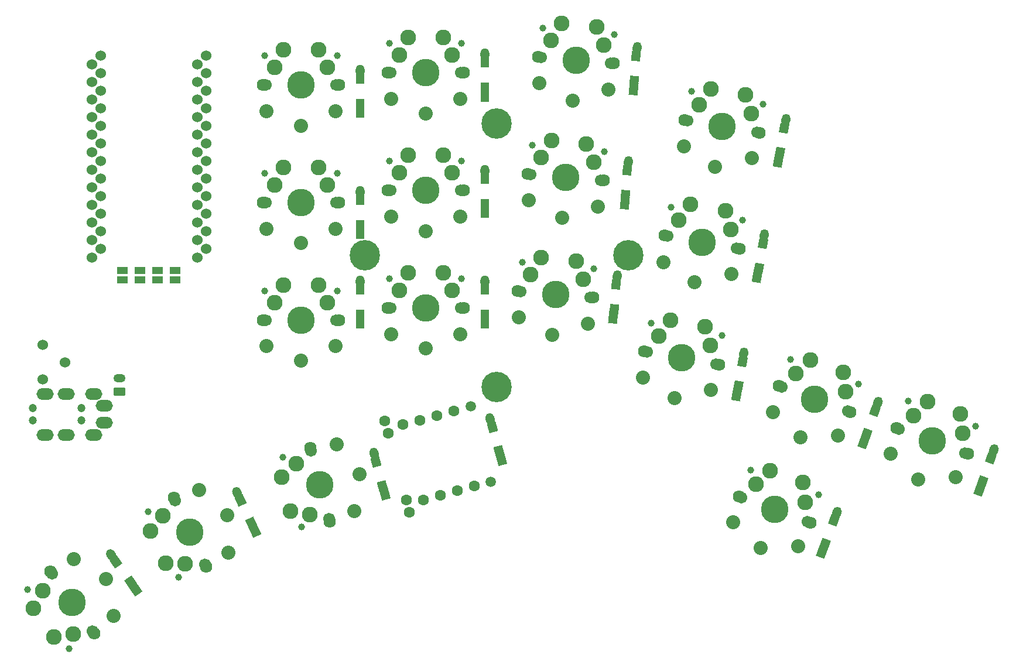
<source format=gbr>
%TF.GenerationSoftware,KiCad,Pcbnew,(6.0.4)*%
%TF.CreationDate,2022-06-17T15:21:50+10:00*%
%TF.ProjectId,luna,6c756e61-2e6b-4696-9361-645f70636258,rev?*%
%TF.SameCoordinates,Original*%
%TF.FileFunction,Soldermask,Top*%
%TF.FilePolarity,Negative*%
%FSLAX46Y46*%
G04 Gerber Fmt 4.6, Leading zero omitted, Abs format (unit mm)*
G04 Created by KiCad (PCBNEW (6.0.4)) date 2022-06-17 15:21:50*
%MOMM*%
%LPD*%
G01*
G04 APERTURE LIST*
G04 Aperture macros list*
%AMRoundRect*
0 Rectangle with rounded corners*
0 $1 Rounding radius*
0 $2 $3 $4 $5 $6 $7 $8 $9 X,Y pos of 4 corners*
0 Add a 4 corners polygon primitive as box body*
4,1,4,$2,$3,$4,$5,$6,$7,$8,$9,$2,$3,0*
0 Add four circle primitives for the rounded corners*
1,1,$1+$1,$2,$3*
1,1,$1+$1,$4,$5*
1,1,$1+$1,$6,$7*
1,1,$1+$1,$8,$9*
0 Add four rect primitives between the rounded corners*
20,1,$1+$1,$2,$3,$4,$5,0*
20,1,$1+$1,$4,$5,$6,$7,0*
20,1,$1+$1,$6,$7,$8,$9,0*
20,1,$1+$1,$8,$9,$2,$3,0*%
%AMHorizOval*
0 Thick line with rounded ends*
0 $1 width*
0 $2 $3 position (X,Y) of the first rounded end (center of the circle)*
0 $4 $5 position (X,Y) of the second rounded end (center of the circle)*
0 Add line between two ends*
20,1,$1,$2,$3,$4,$5,0*
0 Add two circle primitives to create the rounded ends*
1,1,$1,$2,$3*
1,1,$1,$4,$5*%
%AMRotRect*
0 Rectangle, with rotation*
0 The origin of the aperture is its center*
0 $1 length*
0 $2 width*
0 $3 Rotation angle, in degrees counterclockwise*
0 Add horizontal line*
21,1,$1,$2,0,0,$3*%
G04 Aperture macros list end*
%ADD10RotRect,1.778000X1.300000X115.000000*%
%ADD11RotRect,1.400000X1.300000X295.000000*%
%ADD12HorizOval,1.300000X-0.101006X0.216608X0.101006X-0.216608X0*%
%ADD13RotRect,1.400000X1.300000X250.000000*%
%ADD14RotRect,1.778000X1.300000X70.000000*%
%ADD15HorizOval,1.300000X0.081743X0.224587X-0.081743X-0.224587X0*%
%ADD16RotRect,1.400000X1.300000X260.000000*%
%ADD17RotRect,1.778000X1.300000X80.000000*%
%ADD18HorizOval,1.300000X0.041502X0.235369X-0.041502X-0.235369X0*%
%ADD19C,0.990600*%
%ADD20C,1.701800*%
%ADD21C,1.781800*%
%ADD22C,3.987800*%
%ADD23C,2.286000*%
%ADD24C,2.032000*%
%ADD25RotRect,1.400000X1.300000X265.000000*%
%ADD26RotRect,1.778000X1.300000X85.000000*%
%ADD27HorizOval,1.300000X0.020830X0.238091X-0.020830X-0.238091X0*%
%ADD28R,1.300000X1.778000*%
%ADD29R,1.300000X1.400000*%
%ADD30O,1.300000X1.778000*%
%ADD31RotRect,1.400000X1.300000X305.000000*%
%ADD32RotRect,1.778000X1.300000X125.000000*%
%ADD33HorizOval,1.300000X-0.137085X0.195777X0.137085X-0.195777X0*%
%ADD34RotRect,1.778000X1.300000X105.000000*%
%ADD35RotRect,1.400000X1.300000X285.000000*%
%ADD36HorizOval,1.300000X-0.061858X0.230856X0.061858X-0.230856X0*%
%ADD37C,1.200000*%
%ADD38O,2.500000X1.700000*%
%ADD39C,1.524000*%
%ADD40R,1.500000X1.000000*%
%ADD41C,4.400000*%
%ADD42C,1.500000*%
%ADD43C,1.600000*%
%ADD44RoundRect,0.250000X0.625000X-0.350000X0.625000X0.350000X-0.625000X0.350000X-0.625000X-0.350000X0*%
%ADD45O,1.750000X1.200000*%
G04 APERTURE END LIST*
D10*
%TO.C,D8*%
X124542789Y-131782552D03*
D11*
X124025081Y-130672325D03*
D12*
X122007079Y-126344706D03*
D11*
X122524787Y-127454933D03*
%TD*%
D13*
%TO.C,D19*%
X229768615Y-124694841D03*
D14*
X229349641Y-125845965D03*
D13*
X230982787Y-121358933D03*
D15*
X231401761Y-120207809D03*
%TD*%
D16*
%TO.C,D14*%
X197387616Y-93803390D03*
D17*
X197174897Y-95009779D03*
D16*
X198004068Y-90307322D03*
D18*
X198216787Y-89100933D03*
%TD*%
D19*
%TO.C,S4*%
X97694417Y-148871928D03*
D20*
X101054555Y-146348225D03*
X95227019Y-138025641D03*
D19*
X91706279Y-140319980D03*
D21*
X94986117Y-137681597D03*
X101295457Y-146692269D03*
D22*
X98140787Y-142186933D03*
D23*
X95436379Y-147181347D03*
X98245467Y-146764786D03*
D24*
X102973784Y-138802832D03*
X98385683Y-135911582D03*
D23*
X92522610Y-143020055D03*
X93874815Y-140522848D03*
D24*
X104121447Y-144103103D03*
%TD*%
D20*
%TO.C,S3*%
X136286787Y-101342933D03*
D21*
X125706787Y-101342933D03*
D20*
X126126787Y-101342933D03*
D22*
X131206787Y-101342933D03*
D21*
X136706787Y-101342933D03*
D19*
X125986787Y-97142933D03*
X136426787Y-97142933D03*
D23*
X127396787Y-98802933D03*
D24*
X131206787Y-107242933D03*
D23*
X128666787Y-96262933D03*
X135016787Y-98802933D03*
D24*
X126206787Y-105142933D03*
X136206787Y-105142933D03*
D23*
X133746787Y-96262933D03*
%TD*%
D25*
%TO.C,D11*%
X176472086Y-99759179D03*
D26*
X176365320Y-100979517D03*
D25*
X176781488Y-96222687D03*
D27*
X176888254Y-95002349D03*
%TD*%
D28*
%TO.C,D6*%
X157830787Y-85747933D03*
D29*
X157830787Y-84522933D03*
D30*
X157830787Y-79747933D03*
D29*
X157830787Y-80972933D03*
%TD*%
D14*
%TO.C,D17*%
X212585641Y-118987965D03*
D13*
X213004615Y-117836841D03*
D15*
X214637761Y-113349809D03*
D13*
X214218787Y-114500933D03*
%TD*%
D31*
%TO.C,D4*%
X106526983Y-139252923D03*
D32*
X107229614Y-140256384D03*
D31*
X104490787Y-136344933D03*
D33*
X103788156Y-135341472D03*
%TD*%
D19*
%TO.C,S1*%
X136426787Y-63142933D03*
D20*
X126126787Y-67342933D03*
D22*
X131206787Y-67342933D03*
D19*
X125986787Y-63142933D03*
D21*
X125706787Y-67342933D03*
D20*
X136286787Y-67342933D03*
D21*
X136706787Y-67342933D03*
D23*
X128666787Y-62262933D03*
D24*
X131206787Y-73242933D03*
D23*
X127396787Y-64802933D03*
X133746787Y-62262933D03*
X135016787Y-64802933D03*
D24*
X126206787Y-71142933D03*
X136206787Y-71142933D03*
%TD*%
D13*
%TO.C,D18*%
X207007701Y-133694887D03*
D14*
X206588727Y-134846011D03*
D15*
X208640847Y-129207855D03*
D13*
X208221873Y-130358979D03*
%TD*%
D28*
%TO.C,D5*%
X157830787Y-68938933D03*
D29*
X157830787Y-67713933D03*
D30*
X157830787Y-62938933D03*
D29*
X157830787Y-64163933D03*
%TD*%
D21*
%TO.C,S6*%
X154706787Y-82567242D03*
D20*
X144126787Y-82567242D03*
X154286787Y-82567242D03*
D19*
X143986787Y-78367242D03*
X154426787Y-78367242D03*
D21*
X143706787Y-82567242D03*
D22*
X149206787Y-82567242D03*
D23*
X146666787Y-77487242D03*
X145396787Y-80027242D03*
D24*
X149206787Y-88467242D03*
X154206787Y-86367242D03*
D23*
X151746787Y-77487242D03*
D24*
X144206787Y-86367242D03*
D23*
X153016787Y-80027242D03*
%TD*%
D19*
%TO.C,S17*%
X211827680Y-110614636D03*
X202017289Y-107043946D03*
D20*
X200712361Y-111038538D03*
X210259639Y-114513462D03*
D22*
X205486000Y-112776000D03*
D21*
X200317691Y-110894889D03*
X210654309Y-114657111D03*
D24*
X203468081Y-118320186D03*
D23*
X204836643Y-107133630D03*
X202774502Y-109086084D03*
D24*
X208884787Y-118056933D03*
D23*
X209934960Y-111692277D03*
D24*
X199487860Y-114636731D03*
D23*
X209610283Y-108871093D03*
%TD*%
D26*
%TO.C,D10*%
X177988619Y-84459763D03*
D25*
X178095385Y-83239425D03*
D27*
X178511553Y-78482595D03*
D25*
X178404787Y-79702933D03*
%TD*%
D20*
%TO.C,S12*%
X135269588Y-130075836D03*
D21*
X132531282Y-119856341D03*
D19*
X128546863Y-121213840D03*
D22*
X133954787Y-125168933D03*
D21*
X135378292Y-130481525D03*
D20*
X132639986Y-120262030D03*
D19*
X131248934Y-131298106D03*
D24*
X139653749Y-123641901D03*
D23*
X132487436Y-129506511D03*
X129705284Y-128937185D03*
D24*
X138919400Y-129015050D03*
D23*
X130515235Y-122146156D03*
D24*
X136331210Y-119355791D03*
D23*
X128390483Y-124030282D03*
%TD*%
D19*
%TO.C,S10*%
X164656681Y-76059109D03*
D21*
X164011692Y-80218723D03*
D20*
X174551432Y-81140831D03*
D21*
X174969834Y-81177437D03*
D20*
X164430094Y-80255329D03*
D22*
X169490763Y-80698080D03*
D19*
X175056953Y-76969015D03*
D24*
X168976544Y-86575629D03*
D23*
X167403180Y-75416035D03*
X165916637Y-77835682D03*
X173507640Y-78499809D03*
D24*
X164178598Y-84047841D03*
D23*
X172463849Y-75858787D03*
D24*
X174140545Y-84919399D03*
%TD*%
D26*
%TO.C,D9*%
X179258619Y-67949763D03*
D25*
X179365385Y-66729425D03*
D27*
X179781553Y-61972595D03*
D25*
X179674787Y-63192933D03*
%TD*%
D34*
%TO.C,D16*%
X160131244Y-121462710D03*
D35*
X159814191Y-120279451D03*
D36*
X158578330Y-115667156D03*
D35*
X158895383Y-116850415D03*
%TD*%
D22*
%TO.C,S7*%
X149206787Y-99567242D03*
D21*
X154706787Y-99567242D03*
D19*
X154426787Y-95367242D03*
X143986787Y-95367242D03*
D20*
X144126787Y-99567242D03*
X154286787Y-99567242D03*
D21*
X143706787Y-99567242D03*
D23*
X145396787Y-97027242D03*
D24*
X149206787Y-105467242D03*
D23*
X146666787Y-94487242D03*
X151746787Y-94487242D03*
X153016787Y-97027242D03*
D24*
X154206787Y-103367242D03*
X144206787Y-103367242D03*
%TD*%
D37*
%TO.C,J1*%
X92434000Y-114114000D03*
X99434000Y-114114000D03*
X99434000Y-115864000D03*
X92434000Y-115864000D03*
D38*
X101234000Y-117964000D03*
X101234000Y-112014000D03*
X97234000Y-117964000D03*
X97234000Y-112014000D03*
X94234000Y-112014000D03*
X94234000Y-117964000D03*
X102734000Y-116214000D03*
X102734000Y-113764000D03*
%TD*%
D35*
%TO.C,D12*%
X143001595Y-125295969D03*
D34*
X143318648Y-126479228D03*
D35*
X142082787Y-121866933D03*
D36*
X141765734Y-120683674D03*
%TD*%
D22*
%TO.C,S18*%
X199671657Y-128750776D03*
D19*
X196202946Y-123018722D03*
D21*
X194503348Y-126869665D03*
X204839966Y-130631887D03*
D20*
X194898018Y-127013314D03*
D19*
X206013337Y-126589412D03*
D20*
X204445296Y-130488238D03*
D23*
X196960159Y-125060860D03*
D24*
X197653738Y-134294962D03*
D23*
X199022300Y-123108406D03*
X204120617Y-127667053D03*
D24*
X193673517Y-130611507D03*
D23*
X203795939Y-124845869D03*
D24*
X203070444Y-134031709D03*
%TD*%
D39*
%TO.C,SW2*%
X93904000Y-104942000D03*
X97104000Y-107442000D03*
X93904000Y-109942000D03*
%TD*%
D20*
%TO.C,S5*%
X154286787Y-65567242D03*
X144126787Y-65567242D03*
D21*
X143706787Y-65567242D03*
X154706787Y-65567242D03*
D19*
X154426787Y-61367242D03*
D22*
X149206787Y-65567242D03*
D19*
X143986787Y-61367242D03*
D23*
X145396787Y-63027242D03*
D24*
X149206787Y-71467242D03*
D23*
X146666787Y-60487242D03*
X153016787Y-63027242D03*
X151746787Y-60487242D03*
D24*
X154206787Y-69367242D03*
X144206787Y-69367242D03*
%TD*%
D20*
%TO.C,S2*%
X136286787Y-84342933D03*
D21*
X136706787Y-84342933D03*
X125706787Y-84342933D03*
D19*
X136426787Y-80142933D03*
D20*
X126126787Y-84342933D03*
D22*
X131206787Y-84342933D03*
D19*
X125986787Y-80142933D03*
D24*
X131206787Y-90242933D03*
D23*
X128666787Y-79262933D03*
X127396787Y-81802933D03*
X133746787Y-79262933D03*
D24*
X126206787Y-88142933D03*
X136206787Y-88142933D03*
D23*
X135016787Y-81802933D03*
%TD*%
D40*
%TO.C,JP5*%
X113030000Y-94204000D03*
X113030000Y-95504000D03*
%TD*%
%TO.C,JP3*%
X110490000Y-95504000D03*
X110490000Y-94204000D03*
%TD*%
D19*
%TO.C,S19*%
X228780765Y-116664898D03*
D21*
X217270776Y-116945151D03*
D22*
X222439085Y-118826262D03*
D20*
X227212724Y-120563724D03*
D19*
X218970374Y-113094208D03*
D21*
X227607394Y-120707373D03*
D20*
X217665446Y-117088800D03*
D23*
X221789728Y-113183892D03*
X219727587Y-115136346D03*
D24*
X220421166Y-124370448D03*
X216440945Y-120686993D03*
X225837872Y-124107195D03*
D23*
X226563367Y-114921355D03*
X226888045Y-117742539D03*
%TD*%
D29*
%TO.C,D1*%
X139796787Y-70044933D03*
D28*
X139796787Y-71269933D03*
D29*
X139796787Y-66494933D03*
D30*
X139796787Y-65269933D03*
%TD*%
D41*
%TO.C,REF\u002A\u002A*%
X159512000Y-110998000D03*
X178562000Y-91948000D03*
X140462000Y-91948000D03*
X159512000Y-72898000D03*
%TD*%
D21*
%TO.C,S9*%
X165493341Y-63283413D03*
X176451483Y-64242127D03*
D19*
X176538602Y-60033705D03*
X166138330Y-59123799D03*
D22*
X170972412Y-63762770D03*
D20*
X176033081Y-64205521D03*
X165911743Y-63320019D03*
D24*
X170458193Y-69640319D03*
D23*
X168884829Y-58480725D03*
X167398286Y-60900372D03*
D24*
X175622194Y-67984089D03*
D23*
X174989289Y-61564499D03*
X173945498Y-58923477D03*
D24*
X165660247Y-67112531D03*
%TD*%
D29*
%TO.C,D2*%
X139796787Y-87573933D03*
D28*
X139796787Y-88798933D03*
D29*
X139796787Y-84023933D03*
D30*
X139796787Y-82798933D03*
%TD*%
D42*
%TO.C,S16*%
X158647698Y-124721535D03*
D43*
X148882188Y-127338195D03*
X151335639Y-126680795D03*
X153789091Y-126023395D03*
X156242543Y-125365994D03*
X146890678Y-129140032D03*
X146411863Y-127353069D03*
%TD*%
D22*
%TO.C,S8*%
X115151672Y-132050072D03*
D21*
X117476072Y-137034765D03*
D20*
X113004771Y-127446028D03*
D21*
X112827272Y-127065379D03*
D20*
X117298573Y-136654116D03*
D19*
X113551247Y-138555995D03*
X109139112Y-129094142D03*
D23*
X111621079Y-136498995D03*
X114459826Y-136576555D03*
D24*
X120498888Y-129556624D03*
D23*
X109474178Y-131894951D03*
D24*
X116482550Y-125912584D03*
X120708733Y-134975662D03*
D23*
X111239475Y-129670490D03*
%TD*%
D29*
%TO.C,D3*%
X139796787Y-100527933D03*
D28*
X139796787Y-101752933D03*
D29*
X139796787Y-96977933D03*
D30*
X139796787Y-95752933D03*
%TD*%
D39*
%TO.C,U11*%
X117488900Y-63119000D03*
X100942500Y-64389000D03*
X100942500Y-66929000D03*
X117488900Y-65659000D03*
X100942500Y-69469000D03*
X117488900Y-68199000D03*
X100942500Y-72009000D03*
X117488900Y-70739000D03*
X100942500Y-74549000D03*
X117488900Y-73279000D03*
X117488900Y-75819000D03*
X100942500Y-77089000D03*
X100942500Y-79629000D03*
X117488900Y-78359000D03*
X100942500Y-82169000D03*
X117488900Y-80899000D03*
X117488900Y-83439000D03*
X100942500Y-84709000D03*
X117488900Y-85979000D03*
X100942500Y-87249000D03*
X100942500Y-89789000D03*
X117488900Y-88519000D03*
X117488900Y-91059000D03*
X100942500Y-92329000D03*
X102268900Y-91059000D03*
X116182500Y-92329000D03*
X102268900Y-88519000D03*
X116182500Y-89789000D03*
X102268900Y-85979000D03*
X116182500Y-87249000D03*
X102268900Y-83439000D03*
X116182500Y-84709000D03*
X116182500Y-82169000D03*
X102268900Y-80899000D03*
X102268900Y-78359000D03*
X116182500Y-79629000D03*
X116182500Y-77089000D03*
X102268900Y-75819000D03*
X116182500Y-74549000D03*
X102268900Y-73279000D03*
X116182500Y-72009000D03*
X102268900Y-70739000D03*
X116182500Y-69469000D03*
X102268900Y-68199000D03*
X116182500Y-66929000D03*
X102268900Y-65659000D03*
X116182500Y-64389000D03*
X102268900Y-63119000D03*
%TD*%
D29*
%TO.C,D7*%
X157830787Y-100524933D03*
D28*
X157830787Y-101749933D03*
D30*
X157830787Y-95749933D03*
D29*
X157830787Y-96974933D03*
%TD*%
D44*
%TO.C,J3*%
X104992000Y-111744000D03*
D45*
X104992000Y-109744000D03*
%TD*%
D19*
%TO.C,S15*%
X181805375Y-101793760D03*
D20*
X181213926Y-105954263D03*
D22*
X186216749Y-106836396D03*
D20*
X191219572Y-107718529D03*
D21*
X191633192Y-107791461D03*
D19*
X192086768Y-103606647D03*
D21*
X180800306Y-105881331D03*
D23*
X182905698Y-103673385D03*
D24*
X185192225Y-112646762D03*
D23*
X184597470Y-101392506D03*
D24*
X180632847Y-109710425D03*
D23*
X190409933Y-104996584D03*
X189600293Y-102274639D03*
D24*
X190480925Y-111446906D03*
%TD*%
D21*
%TO.C,S11*%
X173488188Y-98112746D03*
D19*
X173575307Y-93904324D03*
D20*
X162948448Y-97190638D03*
D22*
X168009117Y-97633389D03*
D21*
X162530046Y-97154032D03*
D19*
X163175035Y-92994418D03*
D20*
X173069786Y-98076140D03*
D24*
X167494898Y-103510938D03*
D23*
X164434991Y-94770991D03*
X165921534Y-92351344D03*
D24*
X172658899Y-101854708D03*
D23*
X170982203Y-92794096D03*
D24*
X162696952Y-100983150D03*
D23*
X172025994Y-95435118D03*
%TD*%
D20*
%TO.C,S14*%
X194171592Y-90976798D03*
D19*
X184757395Y-85052029D03*
X195038788Y-86864916D03*
D20*
X184165946Y-89212532D03*
D21*
X194585212Y-91049730D03*
X183752326Y-89139600D03*
D22*
X189168769Y-90094665D03*
D23*
X185857718Y-86931654D03*
X187549490Y-84650775D03*
D24*
X188144245Y-95905031D03*
X183584867Y-92968694D03*
X193432945Y-94705175D03*
D23*
X193361953Y-88254853D03*
X192552313Y-85532908D03*
%TD*%
D19*
%TO.C,S13*%
X197990806Y-70123184D03*
D22*
X192120787Y-73352933D03*
D21*
X197537230Y-74307998D03*
X186704344Y-72397868D03*
D20*
X187117964Y-72470800D03*
D19*
X187709413Y-68310297D03*
D20*
X197123610Y-74235066D03*
D24*
X191096263Y-79163299D03*
D23*
X190501508Y-67909043D03*
X188809736Y-70189922D03*
D24*
X186536885Y-76226962D03*
D23*
X195504331Y-68791176D03*
X196313971Y-71513121D03*
D24*
X196384963Y-77963443D03*
%TD*%
D16*
%TO.C,D13*%
X200461429Y-77103001D03*
D17*
X200248710Y-78309390D03*
D18*
X201290600Y-72400544D03*
D16*
X201077881Y-73606933D03*
%TD*%
D40*
%TO.C,JP7*%
X107950000Y-94204000D03*
X107950000Y-95504000D03*
%TD*%
D17*
%TO.C,D15*%
X194206100Y-112091390D03*
D16*
X194418819Y-110885001D03*
X195035271Y-107388933D03*
D18*
X195247990Y-106182544D03*
%TD*%
D40*
%TO.C,JP1*%
X105410000Y-95504000D03*
X105410000Y-94204000D03*
%TD*%
D42*
%TO.C,S16*%
X155735984Y-113854869D03*
D43*
X145970473Y-116471530D03*
X148423925Y-115814129D03*
X150877377Y-115156729D03*
X153330828Y-114499329D03*
X143344857Y-115906848D03*
X143823673Y-117693811D03*
%TD*%
M02*

</source>
